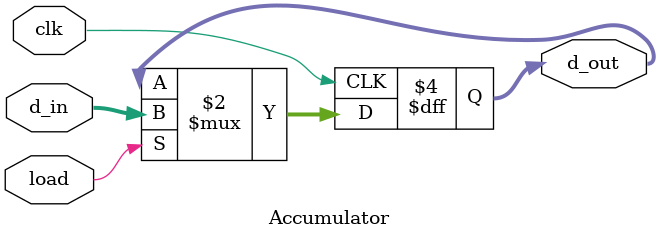
<source format=v>
module Accumulator (
    input [7:0] d_in,
    input load,
    input clk,
    output reg [7:0] d_out
);
    always @(posedge clk) begin
        if (load)
            d_out <= d_in;
    end
endmodule
</source>
